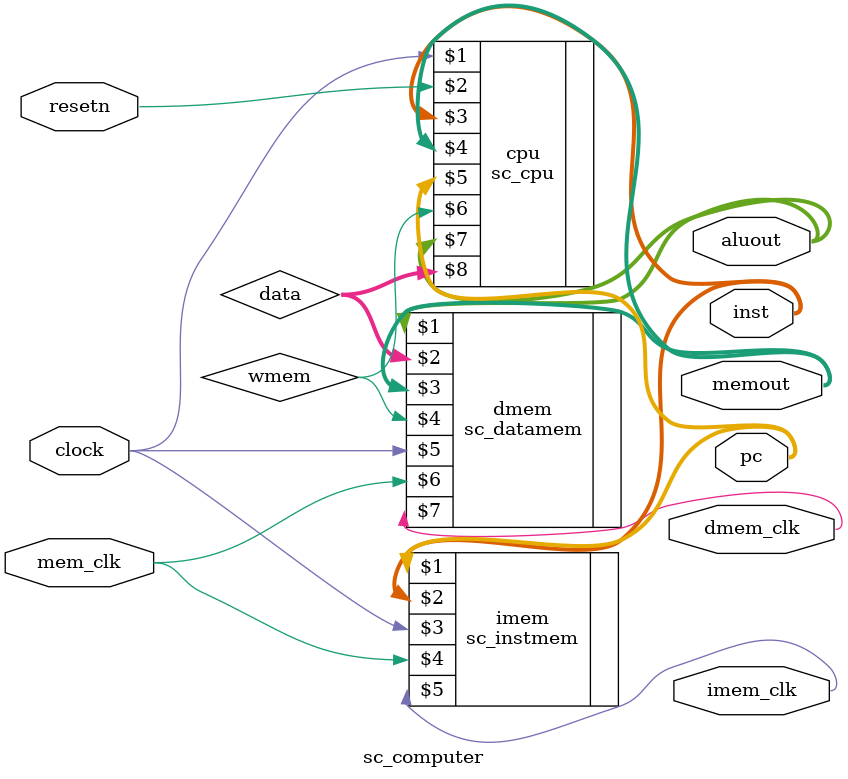
<source format=v>

module sc_computer (resetn,clock,mem_clk,pc,inst,aluout,memout,imem_clk,dmem_clk);
// 定义顶层模块sc_computer，作为工程文件的顶层入口，如图1-1建立工程时指定。
   input resetn,clock,mem_clk;
	// 定义整个计算机module和外界交互的输入信号，包括复位信号resetn、时钟信号clock、
	// 以及一个频率是clock两倍的mem_clk信号。注：resetn 是低电平（neg）有效信号。
	// 这些信号都可以用作仿真验证时的输出观察信号。
   output [31:0] pc,inst,aluout,memout;
	// 模块用于仿真输出的观察信号。缺省为wire型。
   output        imem_clk,dmem_clk;
	//模块用于仿真输出的观察信号, 用于观察验证指令ROM和数据RAM的读写时序。
   wire   [31:0] data;
   wire          wmem; // all these "wire"s are used to connect or interface the cpu,dmem,imem and so on.
   
   sc_cpu cpu (clock,resetn,inst,memout,pc,wmem,aluout,data);          // CPU module.
	// 实例化了一个CPU模块，其内部又包含运算器ALU模块、控制器CU模块等。
	// 在CPU模块的原型定义sc_cpu模块中，可看到其内部的各模块构成。
   sc_instmem  imem (pc,inst,clock,mem_clk,imem_clk);                  // instruction memory.
	// 实例化指令ROM存储器imem模块。模块原型由sc_instmem定义。
	//
	// 由于Altera的Cyclone系列FPGA只能支持同步的ROM和RAM，读取操作需要时钟信号。
	// 示例代码中是采用Altera公司quartus提供的ROM宏模块lpm_rom实现的，需要读取时钟，
	// 该imem_clk读取时钟由clock信号和mem_clk信号组合而成，具体时序可参考模块内的
	// 相应代码。为什么这样设计，详细设计原理参见本节【问题2】解答。
	// 同时，imem_clk信号作为模块输出信号供仿真器进行观察。
	// 宏模块lpm_rom的时序要求参见其时序图。
   sc_datamem  dmem (aluout,data,memout,wmem,clock,mem_clk,dmem_clk ); // data memory.
	// 数据RAM存储器dmem模块。模块原型由sc_datamem定义。
	// 由于Altera的Cyclone系列FPGA只能支持同步的ROM和RAM，读取操作需要时钟信号。
	// 示例代码中是采用Altera公司quartus提供的RAM宏模块lpm_ram_dq实现的，需要读写时钟，
	// 该dmem_clk读写时钟由clock信号和mem_clk信号组合而成，具体时序可参考模块内的
	// 相应代码。为什么这样设计，详细设计原理参见本节【问题2】解答。
	// 同时，该dmem_clk信号作为模块输出信号供仿真器进行观察。
	// 宏模块lpm_ram_dq的时序要求参见其时序图。

endmodule




</source>
